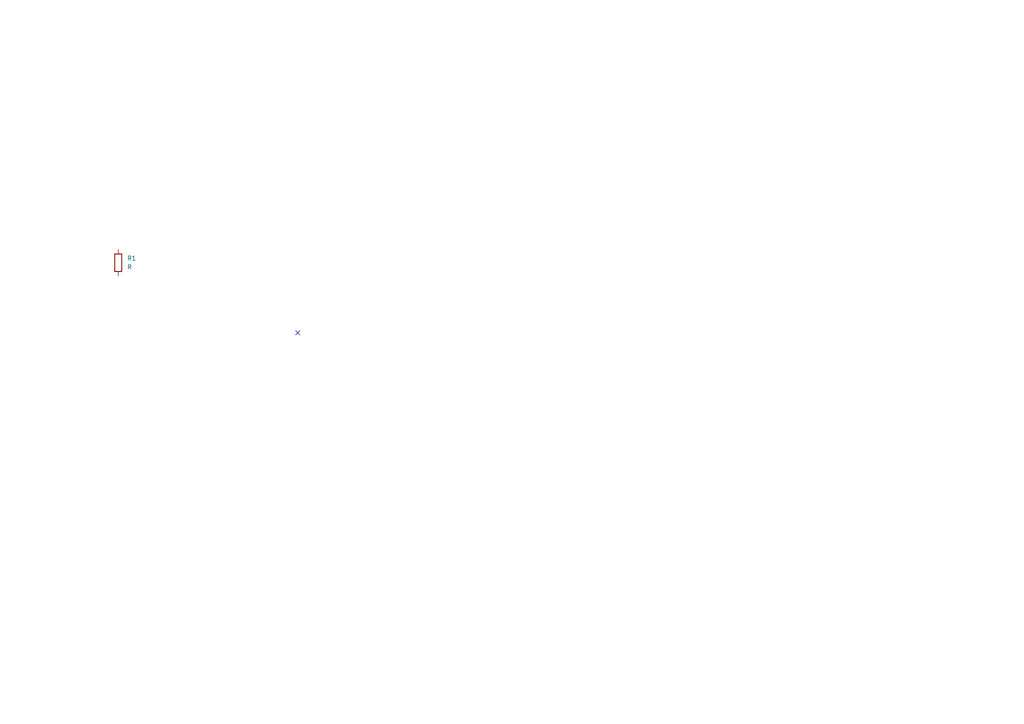
<source format=kicad_sch>
(kicad_sch (version 20250114) (generator "eeschema") (generator_version "9.0")
  (paper "A4")
  (lib_symbols
    (symbol "Device:R" (pin_numbers (hide yes)) (pin_names (offset 0))
      (property "Reference" "R" (at 2.032 0 90))
      (property "Value" "R" (at 0 0 90))
      (symbol "R_0_1"
        (rectangle (start -1.016 -2.54) (end 1.016 2.54) (stroke (width 0.254)))
      )
      (symbol "R_1_1"
        (pin passive line (at 0 3.81 270) (length 1.27) (name "~") (number "1"))
        (pin passive line (at 0 -3.81 90) (length 1.27) (name "~") (number "2"))
      )
    )
  )
  (no_connect (at 86.36 96.52))
  (symbol (lib_id "Device:R") (at 34.29 76.2 0) (unit 1)
    (property "Reference" "R1" (at 36.83 74.9299 0) (effects (justify left)))
    (property "Value" "R" (at 36.83 77.4699 0) (effects (justify left)))
    (property "Footprint" "Resistor-0603:RES_0603" (effects (hide yes)))
    (property "Description" "Resistor" (effects (hide yes)))
  )
)
</source>
